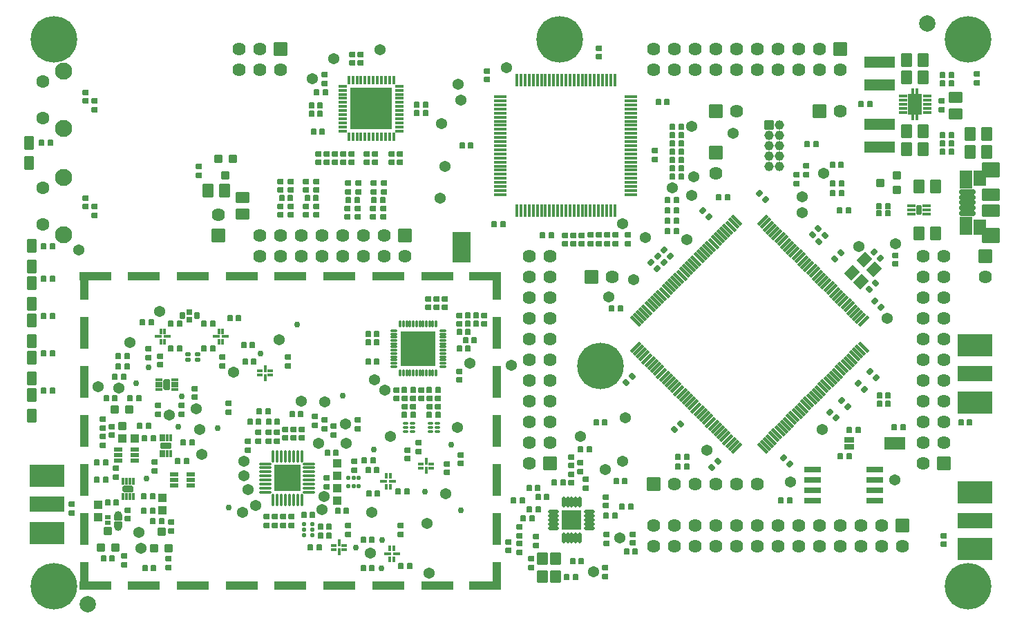
<source format=gts>
%TF.GenerationSoftware,KiCad,Pcbnew,7.0.10-7.0.10~ubuntu23.04.1*%
%TF.CreationDate,2024-02-22T19:52:03-05:00*%
%TF.ProjectId,hackrf-one,6861636b-7266-42d6-9f6e-652e6b696361,10*%
%TF.SameCoordinates,Original*%
%TF.FileFunction,Soldermask,Top*%
%TF.FilePolarity,Negative*%
%FSLAX46Y46*%
G04 Gerber Fmt 4.6, Leading zero omitted, Abs format (unit mm)*
G04 Created by KiCad (PCBNEW 7.0.10-7.0.10~ubuntu23.04.1) date 2024-02-22 19:52:03*
%MOMM*%
%LPD*%
G01*
G04 APERTURE LIST*
G04 Aperture macros list*
%AMRoundRect*
0 Rectangle with rounded corners*
0 $1 Rounding radius*
0 $2 $3 $4 $5 $6 $7 $8 $9 X,Y pos of 4 corners*
0 Add a 4 corners polygon primitive as box body*
4,1,4,$2,$3,$4,$5,$6,$7,$8,$9,$2,$3,0*
0 Add four circle primitives for the rounded corners*
1,1,$1+$1,$2,$3*
1,1,$1+$1,$4,$5*
1,1,$1+$1,$6,$7*
1,1,$1+$1,$8,$9*
0 Add four rect primitives between the rounded corners*
20,1,$1+$1,$2,$3,$4,$5,0*
20,1,$1+$1,$4,$5,$6,$7,0*
20,1,$1+$1,$6,$7,$8,$9,0*
20,1,$1+$1,$8,$9,$2,$3,0*%
G04 Aperture macros list end*
%ADD10RoundRect,0.101600X-0.500000X0.750000X-0.500000X-0.750000X0.500000X-0.750000X0.500000X0.750000X0*%
%ADD11C,0.762000*%
%ADD12C,2.000000*%
%ADD13RoundRect,0.101600X-0.279400X0.254000X-0.279400X-0.254000X0.279400X-0.254000X0.279400X0.254000X0*%
%ADD14RoundRect,0.101600X0.279400X-0.254000X0.279400X0.254000X-0.279400X0.254000X-0.279400X-0.254000X0*%
%ADD15RoundRect,0.101600X0.254000X0.279400X-0.254000X0.279400X-0.254000X-0.279400X0.254000X-0.279400X0*%
%ADD16RoundRect,0.101600X-0.254000X-0.279400X0.254000X-0.279400X0.254000X0.279400X-0.254000X0.279400X0*%
%ADD17RoundRect,0.101600X0.720090X-0.575310X0.720090X0.575310X-0.720090X0.575310X-0.720090X-0.575310X0*%
%ADD18RoundRect,0.101600X-0.575310X-0.720090X0.575310X-0.720090X0.575310X0.720090X-0.575310X0.720090X0*%
%ADD19RoundRect,0.101600X0.377171X0.017961X0.017961X0.377171X-0.377171X-0.017961X-0.017961X-0.377171X0*%
%ADD20RoundRect,0.101600X-0.017961X0.377171X-0.377171X0.017961X0.017961X-0.377171X0.377171X-0.017961X0*%
%ADD21RoundRect,0.101600X-0.377171X-0.017961X-0.017961X-0.377171X0.377171X0.017961X0.017961X0.377171X0*%
%ADD22RoundRect,0.101600X0.017961X-0.377171X0.377171X-0.017961X-0.017961X0.377171X-0.377171X0.017961X0*%
%ADD23RoundRect,0.101600X-0.720090X0.575310X-0.720090X-0.575310X0.720090X-0.575310X0.720090X0.575310X0*%
%ADD24RoundRect,0.101600X0.575310X0.720090X-0.575310X0.720090X-0.575310X-0.720090X0.575310X-0.720090X0*%
%ADD25C,1.600000*%
%ADD26RoundRect,0.050000X0.730000X1.070000X-0.730000X1.070000X-0.730000X-1.070000X0.730000X-1.070000X0*%
%ADD27C,1.500000*%
%ADD28RoundRect,0.050000X1.050000X0.875000X-1.050000X0.875000X-1.050000X-0.875000X1.050000X-0.875000X0*%
%ADD29RoundRect,0.050000X1.050000X0.687500X-1.050000X0.687500X-1.050000X-0.687500X1.050000X-0.687500X0*%
%ADD30RoundRect,0.050000X0.675000X0.912500X-0.675000X0.912500X-0.675000X-0.912500X0.675000X-0.912500X0*%
%ADD31RoundRect,0.101600X0.875000X0.200000X-0.875000X0.200000X-0.875000X-0.200000X0.875000X-0.200000X0*%
%ADD32RoundRect,0.050000X-1.900000X-0.500000X1.900000X-0.500000X1.900000X0.500000X-1.900000X0.500000X0*%
%ADD33RoundRect,0.050000X-1.925000X-0.500000X1.925000X-0.500000X1.925000X0.500000X-1.925000X0.500000X0*%
%ADD34RoundRect,0.050000X0.500000X-1.900000X0.500000X1.900000X-0.500000X1.900000X-0.500000X-1.900000X0*%
%ADD35RoundRect,0.050000X0.500000X-1.675000X0.500000X1.675000X-0.500000X1.675000X-0.500000X-1.675000X0*%
%ADD36C,0.700000*%
%ADD37C,5.700000*%
%ADD38RoundRect,0.050000X-1.025000X1.825000X-1.025000X-1.825000X1.025000X-1.825000X1.025000X1.825000X0*%
%ADD39RoundRect,0.101600X-0.431800X0.431800X-0.431800X-0.431800X0.431800X-0.431800X0.431800X0.431800X0*%
%ADD40RoundRect,0.101600X0.431800X-0.431800X0.431800X0.431800X-0.431800X0.431800X-0.431800X-0.431800X0*%
%ADD41RoundRect,0.101600X-0.431800X-0.431800X0.431800X-0.431800X0.431800X0.431800X-0.431800X0.431800X0*%
%ADD42RoundRect,0.050000X-1.850390X0.599440X-1.850390X-0.599440X1.850390X-0.599440X1.850390X0.599440X0*%
%ADD43RoundRect,0.050000X2.095000X0.890000X-2.095000X0.890000X-2.095000X-0.890000X2.095000X-0.890000X0*%
%ADD44RoundRect,0.050000X2.095000X1.332500X-2.095000X1.332500X-2.095000X-1.332500X2.095000X-1.332500X0*%
%ADD45RoundRect,0.050000X-0.762000X0.762000X-0.762000X-0.762000X0.762000X-0.762000X0.762000X0.762000X0*%
%ADD46C,1.624000*%
%ADD47RoundRect,0.050000X-2.095000X-0.890000X2.095000X-0.890000X2.095000X0.890000X-2.095000X0.890000X0*%
%ADD48RoundRect,0.050000X-2.095000X-1.332500X2.095000X-1.332500X2.095000X1.332500X-2.095000X1.332500X0*%
%ADD49RoundRect,0.050000X0.762000X0.762000X-0.762000X0.762000X-0.762000X-0.762000X0.762000X-0.762000X0*%
%ADD50C,1.370000*%
%ADD51RoundRect,0.050000X0.762000X-0.762000X0.762000X0.762000X-0.762000X0.762000X-0.762000X-0.762000X0*%
%ADD52RoundRect,0.050000X-0.762000X-0.762000X0.762000X-0.762000X0.762000X0.762000X-0.762000X0.762000X0*%
%ADD53RoundRect,0.050000X-0.533400X0.533400X-0.533400X-0.533400X0.533400X-0.533400X0.533400X0.533400X0*%
%ADD54C,1.166800*%
%ADD55RoundRect,0.050000X-0.457200X-0.457200X0.457200X-0.457200X0.457200X0.457200X-0.457200X0.457200X0*%
%ADD56RoundRect,0.050000X0.457200X0.457200X-0.457200X0.457200X-0.457200X-0.457200X0.457200X-0.457200X0*%
%ADD57RoundRect,0.050000X-0.457200X0.457200X-0.457200X-0.457200X0.457200X-0.457200X0.457200X0.457200X0*%
%ADD58C,2.100000*%
%ADD59RoundRect,0.050000X-0.165100X0.204470X-0.165100X-0.204470X0.165100X-0.204470X0.165100X0.204470X0*%
%ADD60RoundRect,0.050000X-0.204470X-0.165100X0.204470X-0.165100X0.204470X0.165100X-0.204470X0.165100X0*%
%ADD61RoundRect,0.050000X0.275590X-0.124460X0.275590X0.124460X-0.275590X0.124460X-0.275590X-0.124460X0*%
%ADD62RoundRect,0.050000X-0.115000X0.322500X-0.115000X-0.322500X0.115000X-0.322500X0.115000X0.322500X0*%
%ADD63RoundRect,0.050000X-0.406500X0.150000X-0.406500X-0.150000X0.406500X-0.150000X0.406500X0.150000X0*%
%ADD64RoundRect,0.050000X-0.322500X-0.115000X0.322500X-0.115000X0.322500X0.115000X-0.322500X0.115000X0*%
%ADD65RoundRect,0.050000X-0.150000X-0.406500X0.150000X-0.406500X0.150000X0.406500X-0.150000X0.406500X0*%
%ADD66RoundRect,0.050000X-0.250190X-0.199390X0.250190X-0.199390X0.250190X0.199390X-0.250190X0.199390X0*%
%ADD67R,3.326880X3.326880*%
%ADD68O,0.422240X1.492240*%
%ADD69O,1.492240X0.422240*%
%ADD70RoundRect,0.050000X0.115000X-0.322500X0.115000X0.322500X-0.115000X0.322500X-0.115000X-0.322500X0*%
%ADD71RoundRect,0.050000X0.406500X-0.150000X0.406500X0.150000X-0.406500X0.150000X-0.406500X-0.150000X0*%
%ADD72RoundRect,0.050000X0.250190X0.350520X-0.250190X0.350520X-0.250190X-0.350520X0.250190X-0.350520X0*%
%ADD73RoundRect,0.050000X0.299720X0.250190X-0.299720X0.250190X-0.299720X-0.250190X0.299720X-0.250190X0*%
%ADD74RoundRect,0.050000X0.250000X0.600000X-0.250000X0.600000X-0.250000X-0.600000X0.250000X-0.600000X0*%
%ADD75O,0.300000X1.200000*%
%ADD76RoundRect,0.050000X0.110789X-0.010211X-0.010211X0.110789X-0.110789X0.010211X0.010211X-0.110789X0*%
%ADD77RoundRect,0.050000X0.100000X0.075000X-0.100000X0.075000X-0.100000X-0.075000X0.100000X-0.075000X0*%
%ADD78RoundRect,0.050000X0.100000X0.650000X-0.100000X0.650000X-0.100000X-0.650000X0.100000X-0.650000X0*%
%ADD79O,0.300000X1.300000*%
%ADD80RoundRect,0.050000X0.400000X0.120000X-0.400000X0.120000X-0.400000X-0.120000X0.400000X-0.120000X0*%
%ADD81O,1.200000X0.300000*%
%ADD82RoundRect,0.050000X0.010211X0.110789X-0.110789X-0.010211X-0.010211X-0.110789X0.110789X0.010211X0*%
%ADD83RoundRect,0.050000X-0.650000X0.100000X-0.650000X-0.100000X0.650000X-0.100000X0.650000X0.100000X0*%
%ADD84RoundRect,0.050000X-0.075000X0.100000X-0.075000X-0.100000X0.075000X-0.100000X0.075000X0.100000X0*%
%ADD85RoundRect,0.050000X-0.600000X0.250000X-0.600000X-0.250000X0.600000X-0.250000X0.600000X0.250000X0*%
%ADD86O,1.300000X0.300000*%
%ADD87RoundRect,0.050000X-0.120000X0.400000X-0.120000X-0.400000X0.120000X-0.400000X0.120000X0.400000X0*%
%ADD88RoundRect,0.050000X-0.495300X0.228600X-0.495300X-0.228600X0.495300X-0.228600X0.495300X0.228600X0*%
%ADD89RoundRect,0.050000X-0.010211X-0.110789X0.110789X0.010211X0.010211X0.110789X-0.110789X-0.010211X0*%
%ADD90RoundRect,0.050000X0.600000X-0.250000X0.600000X0.250000X-0.600000X0.250000X-0.600000X-0.250000X0*%
%ADD91RoundRect,0.050000X0.075000X-0.100000X0.075000X0.100000X-0.075000X0.100000X-0.075000X-0.100000X0*%
%ADD92RoundRect,0.050000X0.650000X-0.100000X0.650000X0.100000X-0.650000X0.100000X-0.650000X-0.100000X0*%
%ADD93RoundRect,0.050000X0.120000X-0.400000X0.120000X0.400000X-0.120000X0.400000X-0.120000X-0.400000X0*%
%ADD94RoundRect,0.050000X-0.250000X0.550000X-0.250000X-0.550000X0.250000X-0.550000X0.250000X0.550000X0*%
%ADD95RoundRect,0.050000X-0.450000X0.150000X-0.450000X-0.150000X0.450000X-0.150000X0.450000X0.150000X0*%
%ADD96R,4.321800X4.321800*%
%ADD97O,0.346600X0.971600*%
%ADD98O,0.971600X0.346600*%
%ADD99R,5.096800X5.096800*%
%ADD100O,0.422240X1.042240*%
%ADD101O,1.042240X0.422240*%
%ADD102R,2.451880X2.451880*%
%ADD103O,0.462240X1.342240*%
%ADD104O,1.342240X0.462240*%
%ADD105RoundRect,0.050000X0.952500X0.317500X-0.952500X0.317500X-0.952500X-0.317500X0.952500X-0.317500X0*%
%ADD106RoundRect,0.050000X0.412500X0.600000X-0.412500X0.600000X-0.412500X-0.600000X0.412500X-0.600000X0*%
%ADD107RoundRect,0.050000X0.140000X0.700000X-0.140000X0.700000X-0.140000X-0.700000X0.140000X-0.700000X0*%
%ADD108C,0.685000*%
%ADD109RoundRect,0.050000X0.425000X0.140000X-0.425000X0.140000X-0.425000X-0.140000X0.425000X-0.140000X0*%
%ADD110RoundRect,0.050000X0.426562X0.634904X-0.634904X-0.426562X-0.426562X-0.634904X0.634904X0.426562X0*%
%ADD111RoundRect,0.050000X-0.634904X0.426562X0.426562X-0.634904X0.634904X-0.426562X-0.426562X0.634904X0*%
%ADD112RoundRect,0.050000X-0.147320X0.750570X-0.147320X-0.750570X0.147320X-0.750570X0.147320X0.750570X0*%
%ADD113RoundRect,0.050000X-0.750570X-0.147320X0.750570X-0.147320X0.750570X0.147320X-0.750570X0.147320X0*%
%ADD114RoundRect,0.050000X0.495300X-0.228600X0.495300X0.228600X-0.495300X0.228600X-0.495300X-0.228600X0*%
%ADD115RoundRect,0.050000X0.599440X-0.699770X0.599440X0.699770X-0.599440X0.699770X-0.599440X-0.699770X0*%
%ADD116RoundRect,0.050000X-0.070944X-0.918680X0.918680X0.070944X0.070944X0.918680X-0.918680X-0.070944X0*%
%ADD117RoundRect,0.050000X-1.200000X-0.750000X1.200000X-0.750000X1.200000X0.750000X-1.200000X0.750000X0*%
%ADD118RoundRect,0.050000X-0.550000X-0.300000X0.550000X-0.300000X0.550000X0.300000X-0.550000X0.300000X0*%
%ADD119RoundRect,0.050000X-0.300000X0.175000X-0.300000X-0.175000X0.300000X-0.175000X0.300000X0.175000X0*%
%ADD120RoundRect,0.050000X-0.431800X0.254000X-0.431800X-0.254000X0.431800X-0.254000X0.431800X0.254000X0*%
%ADD121O,0.963600X1.192200*%
G04 APERTURE END LIST*
D10*
%TO.C,D6*%
X61270000Y-150088000D03*
X61270000Y-147588000D03*
%TD*%
%TO.C,D4*%
X61270000Y-140944000D03*
X61270000Y-138444000D03*
%TD*%
%TO.C,D8*%
X61270000Y-131800000D03*
X61270000Y-129300000D03*
%TD*%
%TO.C,D5*%
X61270000Y-145516000D03*
X61270000Y-143016000D03*
%TD*%
%TO.C,D2*%
X61270000Y-136372000D03*
X61270000Y-133872000D03*
%TD*%
D11*
%TO.C,TESTPOINT-30MIL-MASKONLY*%
X89314020Y-142499080D03*
%TD*%
%TO.C,TESTPOINT-30MIL-MASKONLY*%
X84104600Y-151657400D03*
%TD*%
%TO.C,TESTPOINT-30MIL-MASKONLY*%
X75575160Y-144213580D03*
%TD*%
%TO.C,TESTPOINT-30MIL-MASKONLY*%
X74053700Y-146151600D03*
%TD*%
%TO.C,TESTPOINT-30MIL-MASKONLY*%
X93782000Y-138932000D03*
%TD*%
%TO.C,TESTPOINT-30MIL-MASKONLY*%
X85400000Y-161360200D03*
%TD*%
%TO.C,TESTPOINT-30MIL-MASKONLY*%
X75338940Y-157848300D03*
%TD*%
%TO.C,TESTPOINT-30MIL-MASKONLY*%
X79280000Y-151506000D03*
%TD*%
%TO.C,TESTPOINT-30MIL-MASKONLY*%
X113919000Y-161749740D03*
%TD*%
%TO.C,TESTPOINT-30MIL-MASKONLY*%
X104112060Y-168798240D03*
%TD*%
%TO.C,TESTPOINT-30MIL-MASKONLY*%
X104251760Y-165374320D03*
%TD*%
%TO.C,TESTPOINT-30MIL-MASKONLY*%
X101015800Y-166263320D03*
%TD*%
%TO.C,TESTPOINT-30MIL-MASKONLY*%
X79667100Y-147711160D03*
%TD*%
%TO.C,TESTPOINT-30MIL-MASKONLY*%
X109476540Y-159425640D03*
%TD*%
%TO.C,TESTPOINT-30MIL-MASKONLY*%
X99362260Y-147688300D03*
%TD*%
%TO.C,TESTPOINT-30MIL-MASKONLY*%
X103230680Y-154279600D03*
%TD*%
%TO.C,TESTPOINT-30MIL-MASKONLY*%
X112715040Y-153710640D03*
%TD*%
D10*
%TO.C,D7*%
X61000000Y-119150000D03*
X61000000Y-116650000D03*
%TD*%
D12*
%TO.C,FID1*%
X171000000Y-102000000D03*
%TD*%
D13*
%TO.C,C1*%
X91096400Y-162513400D03*
X91096400Y-163580200D03*
%TD*%
%TO.C,C2*%
X90080400Y-162513400D03*
X90080400Y-163580200D03*
%TD*%
%TO.C,C3*%
X93128400Y-162513400D03*
X93128400Y-163580200D03*
%TD*%
%TO.C,C4*%
X92112400Y-162513400D03*
X92112400Y-163580200D03*
%TD*%
D14*
%TO.C,C5*%
X92341000Y-152861400D03*
X92341000Y-151794600D03*
%TD*%
%TO.C,C6*%
X93357000Y-152861400D03*
X93357000Y-151794600D03*
%TD*%
D15*
%TO.C,C7*%
X107617400Y-168576200D03*
X106550600Y-168576200D03*
%TD*%
D13*
%TO.C,C8*%
X113919000Y-154914600D03*
X113919000Y-155981400D03*
%TD*%
D14*
%TO.C,C9*%
X85400000Y-149701600D03*
X85400000Y-148634800D03*
%TD*%
D16*
%TO.C,C10*%
X87447400Y-143481600D03*
X88514200Y-143481600D03*
%TD*%
D14*
%TO.C,C11*%
X84713800Y-143995600D03*
X84713800Y-142928800D03*
%TD*%
D13*
%TO.C,C12*%
X87794400Y-153293200D03*
X87794400Y-154360000D03*
%TD*%
D15*
%TO.C,C13*%
X89089800Y-150905600D03*
X88023000Y-150905600D03*
%TD*%
D14*
%TO.C,C14*%
X90334400Y-153217000D03*
X90334400Y-152150200D03*
%TD*%
D16*
%TO.C,C15*%
X90309000Y-150905600D03*
X91375800Y-150905600D03*
%TD*%
D14*
%TO.C,C16*%
X106499800Y-164690000D03*
X106499800Y-163623200D03*
%TD*%
D16*
%TO.C,C17*%
X82402400Y-141938200D03*
X83469200Y-141938200D03*
%TD*%
%TO.C,C18*%
X78338400Y-141938200D03*
X79405200Y-141938200D03*
%TD*%
D14*
%TO.C,C19*%
X77093800Y-143868600D03*
X77093800Y-142801800D03*
%TD*%
D16*
%TO.C,C20*%
X87274400Y-141528800D03*
X88341200Y-141528800D03*
%TD*%
D15*
%TO.C,C21*%
X102971600Y-165379400D03*
X101904800Y-165379400D03*
%TD*%
D16*
%TO.C,C22*%
X95439800Y-166272600D03*
X96506600Y-166272600D03*
%TD*%
D14*
%TO.C,C23*%
X101269800Y-151714200D03*
X101269800Y-150647400D03*
%TD*%
D13*
%TO.C,C24*%
X92679800Y-142948200D03*
X92679800Y-144015000D03*
%TD*%
D16*
%TO.C,C25*%
X96659000Y-163732600D03*
X97725800Y-163732600D03*
%TD*%
D15*
%TO.C,C26*%
X79405200Y-138890200D03*
X78338400Y-138890200D03*
%TD*%
D16*
%TO.C,C27*%
X82402400Y-138890200D03*
X83469200Y-138890200D03*
%TD*%
%TO.C,C28*%
X96659000Y-164875600D03*
X97725800Y-164875600D03*
%TD*%
D15*
%TO.C,C29*%
X75950800Y-138712400D03*
X74884000Y-138712400D03*
%TD*%
D16*
%TO.C,C30*%
X85566600Y-138200000D03*
X86633400Y-138200000D03*
%TD*%
D14*
%TO.C,C31*%
X75595200Y-142979600D03*
X75595200Y-141912800D03*
%TD*%
D15*
%TO.C,C32*%
X102971600Y-168808400D03*
X101904800Y-168808400D03*
%TD*%
D14*
%TO.C,C33*%
X100113400Y-164672400D03*
X100113400Y-163605600D03*
%TD*%
%TO.C,C34*%
X98310000Y-152455000D03*
X98310000Y-151388200D03*
%TD*%
%TO.C,C35*%
X97167000Y-151693000D03*
X97167000Y-150626200D03*
%TD*%
%TO.C,C36*%
X96024000Y-151312000D03*
X96024000Y-150245200D03*
%TD*%
D15*
%TO.C,C37*%
X94271400Y-149915000D03*
X93204600Y-149915000D03*
%TD*%
D16*
%TO.C,C38*%
X71912200Y-142827200D03*
X72979000Y-142827200D03*
%TD*%
D14*
%TO.C,C39*%
X81305400Y-147878800D03*
X81305400Y-146812000D03*
%TD*%
D16*
%TO.C,C40*%
X71912200Y-144071800D03*
X72979000Y-144071800D03*
%TD*%
%TO.C,C41*%
X98792600Y-161827600D03*
X99859400Y-161827600D03*
%TD*%
D15*
%TO.C,C42*%
X98589400Y-154715600D03*
X97522600Y-154715600D03*
%TD*%
%TO.C,C43*%
X72542400Y-145415000D03*
X71475600Y-145415000D03*
%TD*%
D14*
%TO.C,C44*%
X79679800Y-149961600D03*
X79679800Y-148894800D03*
%TD*%
D16*
%TO.C,C45*%
X102057200Y-155651200D03*
X103124000Y-155651200D03*
%TD*%
D15*
%TO.C,C46*%
X103581200Y-156794200D03*
X102514400Y-156794200D03*
%TD*%
D14*
%TO.C,C47*%
X112166400Y-157099000D03*
X112166400Y-156032200D03*
%TD*%
%TO.C,C48*%
X108737400Y-154533600D03*
X108737400Y-153466800D03*
%TD*%
D13*
%TO.C,C49*%
X100850000Y-155706200D03*
X100850000Y-156773000D03*
%TD*%
D16*
%TO.C,C50*%
X75144600Y-152920000D03*
X76211400Y-152920000D03*
%TD*%
D15*
%TO.C,C51*%
X107274800Y-159434000D03*
X106208000Y-159434000D03*
%TD*%
D13*
%TO.C,C52*%
X70000000Y-152666600D03*
X70000000Y-153733400D03*
%TD*%
D15*
%TO.C,C53*%
X71480800Y-147999800D03*
X70414000Y-147999800D03*
%TD*%
%TO.C,C54*%
X103657400Y-159664400D03*
X102590600Y-159664400D03*
%TD*%
D16*
%TO.C,C55*%
X79843600Y-153428000D03*
X80910400Y-153428000D03*
%TD*%
D14*
%TO.C,C56*%
X107391200Y-155397200D03*
X107391200Y-154330400D03*
%TD*%
%TO.C,C57*%
X76835000Y-149961600D03*
X76835000Y-148894800D03*
%TD*%
%TO.C,C58*%
X71614000Y-157644400D03*
X71614000Y-156577600D03*
%TD*%
D16*
%TO.C,C59*%
X79208600Y-155714000D03*
X80275400Y-155714000D03*
%TD*%
%TO.C,C60*%
X74509600Y-151396000D03*
X75576400Y-151396000D03*
%TD*%
D14*
%TO.C,C61*%
X76363800Y-156857000D03*
X76363800Y-155790200D03*
%TD*%
D16*
%TO.C,C62*%
X75017600Y-160032000D03*
X76084400Y-160032000D03*
%TD*%
D13*
%TO.C,C63*%
X73087200Y-161708400D03*
X73087200Y-162775200D03*
%TD*%
D15*
%TO.C,C64*%
X71663400Y-160810000D03*
X70596600Y-160810000D03*
%TD*%
D16*
%TO.C,C65*%
X69302600Y-158000000D03*
X70369400Y-158000000D03*
%TD*%
%TO.C,C66*%
X69302600Y-155841000D03*
X70369400Y-155841000D03*
%TD*%
D13*
%TO.C,C67*%
X121080200Y-163763000D03*
X121080200Y-164829800D03*
%TD*%
D14*
%TO.C,C68*%
X127462400Y-156254800D03*
X127462400Y-155188000D03*
%TD*%
D16*
%TO.C,C69*%
X128554600Y-154273600D03*
X129621400Y-154273600D03*
%TD*%
D13*
%TO.C,C70*%
X121080200Y-165795000D03*
X121080200Y-166861800D03*
%TD*%
%TO.C,C71*%
X100482400Y-118024400D03*
X100482400Y-119091200D03*
%TD*%
%TO.C,C72*%
X99466400Y-118024400D03*
X99466400Y-119091200D03*
%TD*%
%TO.C,C73*%
X103403400Y-118024400D03*
X103403400Y-119091200D03*
%TD*%
%TO.C,C74*%
X102387400Y-118024400D03*
X102387400Y-119091200D03*
%TD*%
%TO.C,C75*%
X105435400Y-118024400D03*
X105435400Y-119091200D03*
%TD*%
%TO.C,C76*%
X106451400Y-118024400D03*
X106451400Y-119091200D03*
%TD*%
D14*
%TO.C,C77*%
X101625400Y-106899200D03*
X101625400Y-105832400D03*
%TD*%
%TO.C,C78*%
X100609400Y-106899200D03*
X100609400Y-105832400D03*
%TD*%
D15*
%TO.C,C79*%
X97269300Y-110493300D03*
X96202500Y-110493300D03*
%TD*%
D14*
%TO.C,C80*%
X97243900Y-109375700D03*
X97243900Y-108308900D03*
%TD*%
D15*
%TO.C,C81*%
X96634300Y-113160300D03*
X95567500Y-113160300D03*
%TD*%
%TO.C,C82*%
X96634300Y-112144300D03*
X95567500Y-112144300D03*
%TD*%
%TO.C,C83*%
X96888300Y-115319300D03*
X95821500Y-115319300D03*
%TD*%
D13*
%TO.C,C84*%
X105981500Y-146951700D03*
X105981500Y-148018500D03*
%TD*%
%TO.C,C85*%
X109029500Y-146951700D03*
X109029500Y-148018500D03*
%TD*%
%TO.C,C86*%
X113728500Y-144665700D03*
X113728500Y-145732500D03*
%TD*%
D16*
%TO.C,C87*%
X113703100Y-141897100D03*
X114769900Y-141897100D03*
%TD*%
%TO.C,C88*%
X114465100Y-140881100D03*
X115531900Y-140881100D03*
%TD*%
%TO.C,C89*%
X113703100Y-139865100D03*
X114769900Y-139865100D03*
%TD*%
D14*
%TO.C,C90*%
X109918500Y-136842500D03*
X109918500Y-135775700D03*
%TD*%
%TO.C,C91*%
X110934500Y-136842500D03*
X110934500Y-135775700D03*
%TD*%
D15*
%TO.C,C92*%
X103593900Y-140119100D03*
X102527100Y-140119100D03*
%TD*%
%TO.C,C93*%
X103593900Y-141135100D03*
X102527100Y-141135100D03*
%TD*%
%TO.C,C94*%
X103593900Y-143548100D03*
X102527100Y-143548100D03*
%TD*%
D16*
%TO.C,C95*%
X91922600Y-123460000D03*
X92989400Y-123460000D03*
%TD*%
%TO.C,C96*%
X95046800Y-123460000D03*
X96113600Y-123460000D03*
%TD*%
D13*
%TO.C,C97*%
X96418400Y-118024400D03*
X96418400Y-119091200D03*
%TD*%
%TO.C,C98*%
X97434400Y-118024400D03*
X97434400Y-119091200D03*
%TD*%
%TO.C,C99*%
X106997500Y-147967700D03*
X106997500Y-149034500D03*
%TD*%
%TO.C,C100*%
X98450400Y-118024400D03*
X98450400Y-119091200D03*
%TD*%
D16*
%TO.C,C101*%
X100114100Y-123701300D03*
X101180900Y-123701300D03*
%TD*%
D13*
%TO.C,C102*%
X108013500Y-147967700D03*
X108013500Y-149034500D03*
%TD*%
D16*
%TO.C,C103*%
X103238300Y-123701300D03*
X104305100Y-123701300D03*
%TD*%
D13*
%TO.C,C104*%
X110045500Y-147967700D03*
X110045500Y-149034500D03*
%TD*%
D17*
%TO.C,C105*%
X87152600Y-125368400D03*
X87152600Y-123336400D03*
%TD*%
D14*
%TO.C,C106*%
X111950500Y-136842500D03*
X111950500Y-135775700D03*
%TD*%
%TO.C,C107*%
X104470200Y-122698000D03*
X104470200Y-121631200D03*
%TD*%
%TO.C,C108*%
X103200200Y-122698000D03*
X103200200Y-121631200D03*
%TD*%
%TO.C,C109*%
X101346000Y-122698000D03*
X101346000Y-121631200D03*
%TD*%
%TO.C,C110*%
X100076000Y-122698000D03*
X100076000Y-121631200D03*
%TD*%
D13*
%TO.C,C111*%
X111061500Y-147967700D03*
X111061500Y-149034500D03*
%TD*%
%TO.C,C112*%
X113728500Y-137807700D03*
X113728500Y-138874500D03*
%TD*%
%TO.C,C113*%
X123151200Y-164932600D03*
X123151200Y-165999400D03*
%TD*%
%TO.C,C114*%
X116776500Y-137807700D03*
X116776500Y-138874500D03*
%TD*%
D15*
%TO.C,C115*%
X123347600Y-161614200D03*
X122280800Y-161614200D03*
%TD*%
%TO.C,C116*%
X121391800Y-160547400D03*
X120325000Y-160547400D03*
%TD*%
%TO.C,C118*%
X161433400Y-155100000D03*
X160366600Y-155100000D03*
%TD*%
D14*
%TO.C,C119*%
X129247200Y-159014400D03*
X129247200Y-157947600D03*
%TD*%
%TO.C,C120*%
X131628000Y-161157000D03*
X131628000Y-160090200D03*
%TD*%
D15*
%TO.C,C121*%
X122560200Y-162706400D03*
X121493400Y-162706400D03*
%TD*%
%TO.C,C122*%
X126370200Y-158312200D03*
X125303400Y-158312200D03*
%TD*%
D16*
%TO.C,C123*%
X108458000Y-113058700D03*
X109524800Y-113058700D03*
%TD*%
%TO.C,C124*%
X108458000Y-112042700D03*
X109524800Y-112042700D03*
%TD*%
D15*
%TO.C,C125*%
X174000400Y-117793200D03*
X172933600Y-117793200D03*
%TD*%
D18*
%TO.C,C126*%
X168514000Y-117412200D03*
X170546000Y-117412200D03*
%TD*%
%TO.C,C127*%
X168514000Y-115253200D03*
X170546000Y-115253200D03*
%TD*%
D19*
%TO.C,C128*%
X151223451Y-123656520D03*
X150469109Y-122902178D03*
%TD*%
%TO.C,C129*%
X144308653Y-125721979D03*
X143554311Y-124967637D03*
%TD*%
%TO.C,C130*%
X137932672Y-132097961D03*
X137178330Y-131343619D03*
%TD*%
D15*
%TO.C,C131*%
X133431400Y-137001600D03*
X132364600Y-137001600D03*
%TD*%
D20*
%TO.C,C132*%
X134875371Y-145336629D03*
X134121029Y-146090971D03*
%TD*%
%TO.C,C133*%
X140806354Y-151100182D03*
X140052012Y-151854524D03*
%TD*%
%TO.C,C134*%
X145386284Y-155680113D03*
X144631942Y-156434455D03*
%TD*%
D21*
%TO.C,C135*%
X153432593Y-155320903D03*
X154186935Y-156075245D03*
%TD*%
%TO.C,C136*%
X159090154Y-149663341D03*
X159844496Y-150417683D03*
%TD*%
%TO.C,C137*%
X160526995Y-148226500D03*
X161281337Y-148980842D03*
%TD*%
%TO.C,C138*%
X162592454Y-146161041D03*
X163346796Y-146915383D03*
%TD*%
%TO.C,C139*%
X164029295Y-144724200D03*
X164783637Y-145478542D03*
%TD*%
%TO.C,C140*%
X164568111Y-136103154D03*
X165322453Y-136857496D03*
%TD*%
D22*
%TO.C,C141*%
X156934893Y-127967043D03*
X157689235Y-127212701D03*
%TD*%
%TO.C,C142*%
X159718772Y-130930527D03*
X160473114Y-130176185D03*
%TD*%
D23*
%TO.C,C143*%
X174483000Y-111062200D03*
X174483000Y-113094200D03*
%TD*%
D15*
%TO.C,C144*%
X154152600Y-160578800D03*
X153085800Y-160578800D03*
%TD*%
D24*
%TO.C,C145*%
X170546000Y-108649200D03*
X168514000Y-108649200D03*
%TD*%
%TO.C,C146*%
X170546000Y-106490200D03*
X168514000Y-106490200D03*
%TD*%
D13*
%TO.C,C147*%
X172832000Y-111544800D03*
X172832000Y-112611600D03*
%TD*%
%TO.C,C148*%
X137668000Y-117627400D03*
X137668000Y-118694200D03*
%TD*%
D16*
%TO.C,C149*%
X138054200Y-111703200D03*
X139121000Y-111703200D03*
%TD*%
D14*
%TO.C,C150*%
X130810000Y-106121200D03*
X130810000Y-105054400D03*
%TD*%
D16*
%TO.C,C152*%
X123881000Y-128010000D03*
X124947800Y-128010000D03*
%TD*%
D15*
%TO.C,C153*%
X115087400Y-117017800D03*
X114020600Y-117017800D03*
%TD*%
%TO.C,C154*%
X119029600Y-126689200D03*
X117962800Y-126689200D03*
%TD*%
D24*
%TO.C,C155*%
X178316000Y-117800000D03*
X176284000Y-117800000D03*
%TD*%
D15*
%TO.C,C156*%
X123296800Y-158998000D03*
X122230000Y-158998000D03*
%TD*%
D22*
%TO.C,C157*%
X163939493Y-134612432D03*
X164693835Y-133858090D03*
%TD*%
D21*
%TO.C,C158*%
X164478308Y-130086383D03*
X165232650Y-130840725D03*
%TD*%
D15*
%TO.C,C159*%
X131526400Y-150971600D03*
X130459600Y-150971600D03*
%TD*%
%TO.C,C160*%
X76084400Y-161810000D03*
X75017600Y-161810000D03*
%TD*%
D13*
%TO.C,C161*%
X78105700Y-167651400D03*
X78105700Y-168718200D03*
%TD*%
D16*
%TO.C,C162*%
X76160600Y-163080000D03*
X77227400Y-163080000D03*
%TD*%
D13*
%TO.C,C163*%
X70000000Y-150566600D03*
X70000000Y-151633400D03*
%TD*%
D16*
%TO.C,C164*%
X161466600Y-151900000D03*
X162533400Y-151900000D03*
%TD*%
D15*
%TO.C,C165*%
X135234800Y-166795800D03*
X134168000Y-166795800D03*
%TD*%
D13*
%TO.C,C166*%
X119715400Y-165602000D03*
X119715400Y-166668800D03*
%TD*%
%TO.C,C167*%
X81793200Y-119577200D03*
X81793200Y-120644000D03*
%TD*%
D15*
%TO.C,C168*%
X140289400Y-127502000D03*
X139222600Y-127502000D03*
%TD*%
%TO.C,C169*%
X127914400Y-169900600D03*
X126847600Y-169900600D03*
%TD*%
D14*
%TO.C,C170*%
X122500000Y-168733400D03*
X122500000Y-167666600D03*
%TD*%
D13*
%TO.C,C171*%
X72617400Y-167344400D03*
X72617400Y-168411200D03*
%TD*%
D14*
%TO.C,D1*%
X66200000Y-162033400D03*
X66200000Y-160966600D03*
%TD*%
%TO.C,D3*%
X173030000Y-165906800D03*
X173030000Y-164840000D03*
%TD*%
D15*
%TO.C,D9*%
X176211200Y-151000000D03*
X175144400Y-151000000D03*
%TD*%
D24*
%TO.C,FB1*%
X172016000Y-122050000D03*
X169984000Y-122050000D03*
%TD*%
%TO.C,FB2*%
X84937600Y-122529600D03*
X82905600Y-122529600D03*
%TD*%
%TO.C,FB3*%
X172016000Y-127800000D03*
X169984000Y-127800000D03*
%TD*%
D25*
%TO.C,J1*%
X178800000Y-128125000D03*
D26*
X175770000Y-126830000D03*
D27*
X175770000Y-121510000D03*
D26*
X175770000Y-121170000D03*
D27*
X175770000Y-126490000D03*
D28*
X178850000Y-128000000D03*
D29*
X178850000Y-123062500D03*
D30*
X177425000Y-126987500D03*
D28*
X178850000Y-120000000D03*
D29*
X178850000Y-124937500D03*
D30*
X177425000Y-121012500D03*
D25*
X178800000Y-119875000D03*
D31*
X175975000Y-122700000D03*
X175975000Y-123350000D03*
X175975000Y-124000000D03*
X175975000Y-124650000D03*
X175975000Y-125300000D03*
%TD*%
D32*
%TO.C,J2*%
X105000000Y-170950000D03*
X75000000Y-133050000D03*
X99000000Y-170950000D03*
D33*
X116875000Y-170950000D03*
D32*
X81000000Y-170950000D03*
X99000000Y-133050000D03*
D34*
X67700000Y-146000000D03*
X118300000Y-146000000D03*
X67700000Y-140000000D03*
X118300000Y-152000000D03*
D32*
X105000000Y-133050000D03*
X75000000Y-170950000D03*
X81000000Y-133050000D03*
D35*
X67700000Y-134225000D03*
X118300000Y-169775000D03*
D34*
X67700000Y-152000000D03*
D33*
X69125000Y-133050000D03*
D32*
X111000000Y-170950000D03*
D34*
X118300000Y-158000000D03*
D35*
X67700000Y-169775000D03*
D32*
X87000000Y-170950000D03*
X93000000Y-133050000D03*
D33*
X69125000Y-170950000D03*
X116875000Y-133050000D03*
D34*
X118300000Y-140000000D03*
X118300000Y-164000000D03*
X67700000Y-164000000D03*
X67700000Y-158000000D03*
D32*
X111000000Y-133050000D03*
X93000000Y-170950000D03*
D35*
X118300000Y-134225000D03*
D32*
X87000000Y-133050000D03*
%TD*%
D36*
%TO.C,J4*%
X61800000Y-104000000D03*
D37*
X64000000Y-104000000D03*
D36*
X62450000Y-105550000D03*
X64000000Y-106200000D03*
X64000000Y-101800000D03*
X62450000Y-102450000D03*
X65550000Y-105550000D03*
X65550000Y-102450000D03*
X66200000Y-104000000D03*
%TD*%
%TO.C,J5*%
X61800000Y-171000000D03*
X62450000Y-172550000D03*
X65550000Y-172550000D03*
X65550000Y-169450000D03*
X64000000Y-173200000D03*
X66200000Y-171000000D03*
X64000000Y-168800000D03*
X62450000Y-169450000D03*
D37*
X64000000Y-171000000D03*
%TD*%
D36*
%TO.C,J6*%
X174450000Y-169450000D03*
X176000000Y-173200000D03*
X176000000Y-168800000D03*
X173800000Y-171000000D03*
D37*
X176000000Y-171000000D03*
D36*
X177550000Y-169450000D03*
X174450000Y-172550000D03*
X177550000Y-172550000D03*
X178200000Y-171000000D03*
%TD*%
%TO.C,J7*%
X177550000Y-102450000D03*
X176000000Y-106200000D03*
X173800000Y-104000000D03*
X174450000Y-105550000D03*
X177550000Y-105550000D03*
X176000000Y-101800000D03*
X178200000Y-104000000D03*
X174450000Y-102450000D03*
D37*
X176000000Y-104000000D03*
%TD*%
D36*
%TO.C,J8*%
X126000000Y-101800000D03*
X127550000Y-102450000D03*
X126000000Y-106200000D03*
X128200000Y-104000000D03*
X127550000Y-105550000D03*
D37*
X126000000Y-104000000D03*
D36*
X124450000Y-105550000D03*
X124450000Y-102450000D03*
X123800000Y-104000000D03*
%TD*%
%TO.C,J9*%
X131000000Y-146200000D03*
X131000000Y-141800000D03*
X132550000Y-145550000D03*
X132550000Y-142450000D03*
D37*
X131000000Y-144000000D03*
D36*
X128800000Y-144000000D03*
X129450000Y-142450000D03*
X133200000Y-144000000D03*
X129450000Y-145550000D03*
%TD*%
D38*
%TO.C,J10*%
X114000000Y-129500000D03*
%TD*%
D16*
%TO.C,L1*%
X94627000Y-162335600D03*
X95693800Y-162335600D03*
%TD*%
D39*
%TO.C,L2*%
X98691000Y-159033600D03*
X98691000Y-160557600D03*
%TD*%
D40*
%TO.C,L3*%
X98691000Y-157509600D03*
X98691000Y-155985600D03*
%TD*%
D13*
%TO.C,L4*%
X97421000Y-157738200D03*
X97421000Y-158805000D03*
%TD*%
D41*
%TO.C,L5*%
X72376000Y-152920000D03*
X73900000Y-152920000D03*
%TD*%
D16*
%TO.C,L6*%
X106972100Y-150025100D03*
X108038900Y-150025100D03*
%TD*%
%TO.C,L7*%
X106972100Y-146977100D03*
X108038900Y-146977100D03*
%TD*%
%TO.C,L8*%
X110020100Y-150025100D03*
X111086900Y-150025100D03*
%TD*%
%TO.C,L9*%
X110020100Y-146977100D03*
X111086900Y-146977100D03*
%TD*%
D42*
%TO.C,L10*%
X165212000Y-114361660D03*
X165212000Y-117160740D03*
%TD*%
%TO.C,L11*%
X165212000Y-106741660D03*
X165212000Y-109540740D03*
%TD*%
D40*
%TO.C,L12*%
X77329000Y-161683000D03*
X77329000Y-160159000D03*
%TD*%
%TO.C,L13*%
X69400000Y-162562000D03*
X69400000Y-161038000D03*
%TD*%
D43*
%TO.C,P2*%
X176875000Y-145000000D03*
D44*
X176875000Y-148492500D03*
X176875000Y-141507500D03*
%TD*%
D45*
%TO.C,P3*%
X145090000Y-117850000D03*
D46*
X145090000Y-120390000D03*
%TD*%
D47*
%TO.C,P4*%
X63125000Y-161000000D03*
D48*
X63125000Y-157507500D03*
X63125000Y-164492500D03*
%TD*%
D49*
%TO.C,P5*%
X91750000Y-105150000D03*
D46*
X91750000Y-107690000D03*
X89210000Y-105150000D03*
X89210000Y-107690000D03*
X86670000Y-105150000D03*
X86670000Y-107690000D03*
%TD*%
D50*
%TO.C,P6*%
X97155000Y-160070800D03*
%TD*%
%TO.C,P7*%
X88722200Y-161163000D03*
%TD*%
D49*
%TO.C,P9*%
X106990000Y-128010000D03*
D46*
X106990000Y-130550000D03*
X104450000Y-128010000D03*
X104450000Y-130550000D03*
X101910000Y-128010000D03*
X101910000Y-130550000D03*
X99370000Y-128010000D03*
X99370000Y-130550000D03*
X96830000Y-128010000D03*
X96830000Y-130550000D03*
X94290000Y-128010000D03*
X94290000Y-130550000D03*
X91750000Y-128010000D03*
X91750000Y-130550000D03*
X89210000Y-128010000D03*
X89210000Y-130550000D03*
%TD*%
D50*
%TO.C,P13*%
X87762200Y-159175800D03*
%TD*%
%TO.C,P14*%
X114991000Y-143707200D03*
%TD*%
%TO.C,P15*%
X130175000Y-169240200D03*
%TD*%
D43*
%TO.C,P16*%
X176875000Y-163000000D03*
D44*
X176875000Y-166492500D03*
X176875000Y-159507500D03*
%TD*%
D50*
%TO.C,P17*%
X87279600Y-155696000D03*
%TD*%
%TO.C,P18*%
X133350000Y-165100000D03*
%TD*%
%TO.C,P19*%
X96855400Y-161665000D03*
%TD*%
D51*
%TO.C,P20*%
X173030000Y-155950000D03*
D46*
X170490000Y-155950000D03*
X173030000Y-153410000D03*
X170490000Y-153410000D03*
X173030000Y-150870000D03*
X170490000Y-150870000D03*
X173030000Y-148330000D03*
X170490000Y-148330000D03*
X173030000Y-145790000D03*
X170490000Y-145790000D03*
X173030000Y-143250000D03*
X170490000Y-143250000D03*
X173030000Y-140710000D03*
X170490000Y-140710000D03*
X173030000Y-138170000D03*
X170490000Y-138170000D03*
X173030000Y-135630000D03*
X170490000Y-135630000D03*
X173030000Y-133090000D03*
X170490000Y-133090000D03*
X173030000Y-130550000D03*
X170490000Y-130550000D03*
%TD*%
D50*
%TO.C,P21*%
X87330400Y-157448600D03*
%TD*%
D49*
%TO.C,P22*%
X167950000Y-163570000D03*
D46*
X167950000Y-166110000D03*
X165410000Y-163570000D03*
X165410000Y-166110000D03*
X162870000Y-163570000D03*
X162870000Y-166110000D03*
X160330000Y-163570000D03*
X160330000Y-166110000D03*
X157790000Y-163570000D03*
X157790000Y-166110000D03*
X155250000Y-163570000D03*
X155250000Y-166110000D03*
X152710000Y-163570000D03*
X152710000Y-166110000D03*
X150170000Y-163570000D03*
X150170000Y-166110000D03*
X147630000Y-163570000D03*
X147630000Y-166110000D03*
X145090000Y-163570000D03*
X145090000Y-166110000D03*
X142550000Y-163570000D03*
X142550000Y-166110000D03*
X140010000Y-163570000D03*
X140010000Y-166110000D03*
X137470000Y-163570000D03*
X137470000Y-166110000D03*
%TD*%
D50*
%TO.C,P23*%
X155732600Y-123260200D03*
%TD*%
%TO.C,P24*%
X155727400Y-125196600D03*
%TD*%
D52*
%TO.C,P25*%
X137470000Y-158490000D03*
D46*
X140010000Y-158490000D03*
X142550000Y-158490000D03*
X145090000Y-158490000D03*
X147630000Y-158490000D03*
X150170000Y-158490000D03*
%TD*%
D53*
%TO.C,P26*%
X151662600Y-114466600D03*
D54*
X152932600Y-114466600D03*
X151662600Y-115736600D03*
X152932600Y-115736600D03*
X151662600Y-117006600D03*
X152932600Y-117006600D03*
X151662600Y-118276600D03*
X152932600Y-118276600D03*
X151662600Y-119546600D03*
X152932600Y-119546600D03*
%TD*%
D50*
%TO.C,P27*%
X94290000Y-148304600D03*
%TD*%
D51*
%TO.C,P28*%
X124770000Y-155950000D03*
D46*
X122230000Y-155950000D03*
X124770000Y-153410000D03*
X122230000Y-153410000D03*
X124770000Y-150870000D03*
X122230000Y-150870000D03*
X124770000Y-148330000D03*
X122230000Y-148330000D03*
X124770000Y-145790000D03*
X122230000Y-145790000D03*
X124770000Y-143250000D03*
X122230000Y-143250000D03*
X124770000Y-140710000D03*
X122230000Y-140710000D03*
X124770000Y-138170000D03*
X122230000Y-138170000D03*
X124770000Y-135630000D03*
X122230000Y-135630000D03*
X124770000Y-133090000D03*
X122230000Y-133090000D03*
X124770000Y-130550000D03*
X122230000Y-130550000D03*
%TD*%
D52*
%TO.C,P29*%
X129850000Y-133090000D03*
D46*
X132390000Y-133090000D03*
%TD*%
D49*
%TO.C,P30*%
X160330000Y-105150000D03*
D46*
X160330000Y-107690000D03*
X157790000Y-105150000D03*
X157790000Y-107690000D03*
X155250000Y-105150000D03*
X155250000Y-107690000D03*
X152710000Y-105150000D03*
X152710000Y-107690000D03*
X150170000Y-105150000D03*
X150170000Y-107690000D03*
X147630000Y-105150000D03*
X147630000Y-107690000D03*
X145090000Y-105150000D03*
X145090000Y-107690000D03*
X142550000Y-105150000D03*
X142550000Y-107690000D03*
X140010000Y-105150000D03*
X140010000Y-107690000D03*
X137470000Y-105150000D03*
X137470000Y-107690000D03*
%TD*%
D50*
%TO.C,P31*%
X96474400Y-153486200D03*
%TD*%
%TO.C,P32*%
X99720400Y-151130000D03*
%TD*%
%TO.C,P33*%
X99852600Y-153511600D03*
%TD*%
%TO.C,P34*%
X109758600Y-163366800D03*
%TD*%
%TO.C,P35*%
X110000000Y-169400000D03*
%TD*%
%TO.C,P37*%
X133710800Y-155746800D03*
%TD*%
%TO.C,P38*%
X134015600Y-150336600D03*
%TD*%
%TO.C,P39*%
X98328600Y-106318400D03*
%TD*%
%TO.C,P40*%
X136454000Y-128264000D03*
%TD*%
%TO.C,P41*%
X141534000Y-128518000D03*
%TD*%
%TO.C,P43*%
X102926000Y-161995200D03*
%TD*%
%TO.C,P44*%
X86060400Y-144799400D03*
%TD*%
%TO.C,P46*%
X81463000Y-149295200D03*
%TD*%
%TO.C,P47*%
X73335000Y-141167200D03*
%TD*%
%TO.C,P48*%
X82123400Y-154832400D03*
%TD*%
%TO.C,P49*%
X78181200Y-150037800D03*
%TD*%
%TO.C,P50*%
X144023200Y-154349800D03*
%TD*%
%TO.C,P51*%
X74706600Y-166389400D03*
%TD*%
%TO.C,P52*%
X71983600Y-146710400D03*
%TD*%
%TO.C,P53*%
X132009000Y-135528400D03*
%TD*%
%TO.C,P54*%
X95636200Y-108833000D03*
%TD*%
%TO.C,P55*%
X103307000Y-145688400D03*
%TD*%
%TO.C,P56*%
X104551600Y-146983800D03*
%TD*%
%TO.C,P57*%
X120045600Y-143935800D03*
%TD*%
%TO.C,P58*%
X111333400Y-123463400D03*
%TD*%
%TO.C,P59*%
X128554600Y-152673400D03*
%TD*%
%TO.C,P60*%
X131551800Y-156737400D03*
%TD*%
%TO.C,P61*%
X111968400Y-119577200D03*
%TD*%
%TO.C,P62*%
X113893600Y-111455200D03*
%TD*%
%TO.C,P63*%
X113563400Y-109474000D03*
%TD*%
%TO.C,P64*%
X103936800Y-105283000D03*
%TD*%
%TO.C,P65*%
X111485800Y-114294000D03*
%TD*%
%TO.C,P66*%
X119436000Y-107461400D03*
%TD*%
%TO.C,P67*%
X166146600Y-138195400D03*
%TD*%
%TO.C,P68*%
X158171000Y-151784400D03*
%TD*%
%TO.C,P69*%
X158348800Y-120440800D03*
%TD*%
%TO.C,P70*%
X67035800Y-129838800D03*
%TD*%
%TO.C,P71*%
X167162600Y-129076800D03*
%TD*%
%TO.C,P72*%
X162641400Y-129407000D03*
%TD*%
%TO.C,P73*%
X139781400Y-122218800D03*
%TD*%
%TO.C,P74*%
X142138400Y-123088400D03*
%TD*%
%TO.C,P75*%
X147249000Y-115487800D03*
%TD*%
%TO.C,P76*%
X142397600Y-120821800D03*
%TD*%
%TO.C,P77*%
X142194400Y-114675000D03*
%TD*%
%TO.C,P78*%
X133710800Y-126562200D03*
%TD*%
%TO.C,P79*%
X135082400Y-133420200D03*
%TD*%
D45*
%TO.C,P80*%
X178110000Y-130550000D03*
D46*
X178110000Y-133090000D03*
%TD*%
D50*
%TO.C,P81*%
X167035600Y-158032800D03*
%TD*%
%TO.C,P82*%
X154259400Y-158286800D03*
%TD*%
%TO.C,P83*%
X112044600Y-159658400D03*
%TD*%
%TO.C,P84*%
X102773600Y-166999000D03*
%TD*%
%TO.C,P85*%
X97185600Y-148406200D03*
%TD*%
%TO.C,P86*%
X91572200Y-140811600D03*
%TD*%
%TO.C,P87*%
X74400000Y-164400000D03*
%TD*%
%TO.C,P88*%
X81894800Y-151809800D03*
%TD*%
%TO.C,P89*%
X87127200Y-161995200D03*
%TD*%
%TO.C,P90*%
X69448800Y-146577400D03*
%TD*%
%TO.C,P91*%
X105262800Y-152622600D03*
%TD*%
%TO.C,P92*%
X113441600Y-151581200D03*
%TD*%
D55*
%TO.C,Q1*%
X73265000Y-149364000D03*
X71487000Y-149364000D03*
X72376000Y-151396000D03*
%TD*%
D56*
%TO.C,Q2*%
X76327700Y-166406800D03*
X78105700Y-166406800D03*
X77216700Y-164374800D03*
%TD*%
D55*
%TO.C,Q3*%
X85933400Y-118662800D03*
X84155400Y-118662800D03*
X85044400Y-120694800D03*
%TD*%
D56*
%TO.C,Q4*%
X69728400Y-166293800D03*
X71506400Y-166293800D03*
X70617400Y-164261800D03*
%TD*%
D57*
%TO.C,Q5*%
X167315000Y-122447400D03*
X167315000Y-120669400D03*
X165283000Y-121558400D03*
%TD*%
D13*
%TO.C,R1*%
X89064400Y-152150200D03*
X89064400Y-153217000D03*
%TD*%
D15*
%TO.C,R2*%
X90232800Y-149635600D03*
X89166000Y-149635600D03*
%TD*%
D14*
%TO.C,R3*%
X91350400Y-153217000D03*
X91350400Y-152150200D03*
%TD*%
D13*
%TO.C,R4*%
X94373000Y-151794600D03*
X94373000Y-152861400D03*
%TD*%
D21*
%TO.C,R5*%
X137981829Y-130553829D03*
X138736171Y-131308171D03*
%TD*%
%TO.C,R6*%
X138743829Y-129791829D03*
X139498171Y-130546171D03*
%TD*%
D14*
%TO.C,R7*%
X67874000Y-124479400D03*
X67874000Y-123412600D03*
%TD*%
D13*
%TO.C,R8*%
X91821000Y-121402600D03*
X91821000Y-122469400D03*
%TD*%
%TO.C,R9*%
X93091000Y-121402600D03*
X93091000Y-122469400D03*
%TD*%
%TO.C,R10*%
X94945200Y-121402600D03*
X94945200Y-122469400D03*
%TD*%
D15*
%TO.C,R11*%
X146563200Y-123387200D03*
X145496400Y-123387200D03*
%TD*%
D14*
%TO.C,R12*%
X167162600Y-131515200D03*
X167162600Y-130448400D03*
%TD*%
D13*
%TO.C,R13*%
X96215200Y-121402600D03*
X96215200Y-122469400D03*
%TD*%
%TO.C,R14*%
X96215200Y-124450600D03*
X96215200Y-125517400D03*
%TD*%
%TO.C,R15*%
X94945200Y-124450600D03*
X94945200Y-125517400D03*
%TD*%
%TO.C,R16*%
X93091000Y-124450600D03*
X93091000Y-125517400D03*
%TD*%
%TO.C,R17*%
X91821000Y-124450600D03*
X91821000Y-125517400D03*
%TD*%
D16*
%TO.C,R18*%
X62768600Y-133344000D03*
X63835400Y-133344000D03*
%TD*%
D14*
%TO.C,R19*%
X68966200Y-112592200D03*
X68966200Y-111525400D03*
%TD*%
D13*
%TO.C,R20*%
X100012500Y-124691900D03*
X100012500Y-125758700D03*
%TD*%
%TO.C,R21*%
X101282500Y-124691900D03*
X101282500Y-125758700D03*
%TD*%
%TO.C,R22*%
X103136700Y-124691900D03*
X103136700Y-125758700D03*
%TD*%
%TO.C,R23*%
X104406700Y-124691900D03*
X104406700Y-125758700D03*
%TD*%
D15*
%TO.C,R24*%
X76226100Y-168819800D03*
X75159300Y-168819800D03*
%TD*%
D16*
%TO.C,R25*%
X114719100Y-138849100D03*
X115785900Y-138849100D03*
%TD*%
%TO.C,R26*%
X114719100Y-137833100D03*
X115785900Y-137833100D03*
%TD*%
%TO.C,R27*%
X133634600Y-161309400D03*
X134701400Y-161309400D03*
%TD*%
%TO.C,R28*%
X132898000Y-158185200D03*
X133964800Y-158185200D03*
%TD*%
D15*
%TO.C,R29*%
X74433400Y-147967000D03*
X73366600Y-147967000D03*
%TD*%
D14*
%TO.C,R30*%
X68966200Y-125546200D03*
X68966200Y-124479400D03*
%TD*%
D13*
%TO.C,R31*%
X127437000Y-157296200D03*
X127437000Y-158363000D03*
%TD*%
%TO.C,R32*%
X128554600Y-155873800D03*
X128554600Y-156940600D03*
%TD*%
D14*
%TO.C,R33*%
X134930000Y-165729000D03*
X134930000Y-164662200D03*
%TD*%
D16*
%TO.C,R34*%
X123342400Y-160121600D03*
X124409200Y-160121600D03*
%TD*%
D24*
%TO.C,R35*%
X178316000Y-115600000D03*
X176284000Y-115600000D03*
%TD*%
D16*
%TO.C,R36*%
X70084000Y-167677800D03*
X71150800Y-167677800D03*
%TD*%
%TO.C,R37*%
X160304600Y-124936600D03*
X161371400Y-124936600D03*
%TD*%
%TO.C,R41*%
X139222600Y-126232000D03*
X140289400Y-126232000D03*
%TD*%
D15*
%TO.C,R46*%
X174000400Y-115761200D03*
X172933600Y-115761200D03*
%TD*%
%TO.C,R47*%
X174000400Y-116777200D03*
X172933600Y-116777200D03*
%TD*%
%TO.C,R48*%
X168033400Y-151600000D03*
X166966600Y-151600000D03*
%TD*%
D13*
%TO.C,R49*%
X67874000Y-110458600D03*
X67874000Y-111525400D03*
%TD*%
D15*
%TO.C,R51*%
X160457000Y-119348600D03*
X159390200Y-119348600D03*
%TD*%
D14*
%TO.C,R52*%
X177150000Y-109309600D03*
X177150000Y-108242800D03*
%TD*%
D16*
%TO.C,R54*%
X162900600Y-111951200D03*
X163967400Y-111951200D03*
%TD*%
D15*
%TO.C,R55*%
X174000400Y-109411200D03*
X172933600Y-109411200D03*
%TD*%
%TO.C,R56*%
X174000400Y-108395200D03*
X172933600Y-108395200D03*
%TD*%
D16*
%TO.C,R57*%
X165141600Y-125275000D03*
X166208400Y-125275000D03*
%TD*%
%TO.C,R58*%
X165141600Y-124475000D03*
X166208400Y-124475000D03*
%TD*%
D15*
%TO.C,R59*%
X141559400Y-156381800D03*
X140492600Y-156381800D03*
%TD*%
D16*
%TO.C,R62*%
X159441000Y-121660000D03*
X160507800Y-121660000D03*
%TD*%
D13*
%TO.C,R63*%
X156189800Y-119501000D03*
X156189800Y-120567800D03*
%TD*%
D14*
%TO.C,R64*%
X155046800Y-121660000D03*
X155046800Y-120593200D03*
%TD*%
D15*
%TO.C,R65*%
X160533200Y-122828400D03*
X159466400Y-122828400D03*
%TD*%
%TO.C,R66*%
X157383600Y-116808600D03*
X156316800Y-116808600D03*
%TD*%
%TO.C,R67*%
X140289400Y-123692000D03*
X139222600Y-123692000D03*
%TD*%
%TO.C,R68*%
X140289400Y-124962000D03*
X139222600Y-124962000D03*
%TD*%
D22*
%TO.C,R69*%
X157743116Y-128775266D03*
X158497458Y-128020924D03*
%TD*%
D16*
%TO.C,R72*%
X62768600Y-137916000D03*
X63835400Y-137916000D03*
%TD*%
%TO.C,R73*%
X62768600Y-142488000D03*
X63835400Y-142488000D03*
%TD*%
%TO.C,R74*%
X62768600Y-147060000D03*
X63835400Y-147060000D03*
%TD*%
%TO.C,R75*%
X62514600Y-116707000D03*
X63581400Y-116707000D03*
%TD*%
%TO.C,R76*%
X62768600Y-129407000D03*
X63835400Y-129407000D03*
%TD*%
D15*
%TO.C,R77*%
X140868400Y-114731800D03*
X139801600Y-114731800D03*
%TD*%
%TO.C,R78*%
X140868400Y-115747800D03*
X139801600Y-115747800D03*
%TD*%
%TO.C,R79*%
X140868400Y-116763800D03*
X139801600Y-116763800D03*
%TD*%
%TO.C,R80*%
X140868400Y-117779800D03*
X139801600Y-117779800D03*
%TD*%
%TO.C,R81*%
X140868400Y-118795800D03*
X139801600Y-118795800D03*
%TD*%
D13*
%TO.C,R85*%
X131577200Y-168751600D03*
X131577200Y-169818400D03*
%TD*%
D15*
%TO.C,R86*%
X140868400Y-119811800D03*
X139801600Y-119811800D03*
%TD*%
%TO.C,R87*%
X140868400Y-120827800D03*
X139801600Y-120827800D03*
%TD*%
D14*
%TO.C,R88*%
X134345800Y-129000600D03*
X134345800Y-127933800D03*
%TD*%
%TO.C,R89*%
X132816600Y-129032000D03*
X132816600Y-127965200D03*
%TD*%
%TO.C,R90*%
X131800600Y-129032000D03*
X131800600Y-127965200D03*
%TD*%
%TO.C,R91*%
X130784600Y-129032000D03*
X130784600Y-127965200D03*
%TD*%
D15*
%TO.C,R93*%
X141559400Y-155188000D03*
X140492600Y-155188000D03*
%TD*%
%TO.C,R94*%
X132745600Y-162427000D03*
X131678800Y-162427000D03*
%TD*%
D14*
%TO.C,R96*%
X129768600Y-129032000D03*
X129768600Y-127965200D03*
%TD*%
%TO.C,R98*%
X128707000Y-129051400D03*
X128707000Y-127984600D03*
%TD*%
%TO.C,R99*%
X127691000Y-129051400D03*
X127691000Y-127984600D03*
%TD*%
%TO.C,R100*%
X126675000Y-129051400D03*
X126675000Y-127984600D03*
%TD*%
D15*
%TO.C,R104*%
X128637600Y-168006000D03*
X127570800Y-168006000D03*
%TD*%
D14*
%TO.C,R105*%
X131787200Y-165745400D03*
X131787200Y-164678600D03*
%TD*%
D58*
%TO.C,SW1*%
X65190000Y-120895000D03*
X65190000Y-127905000D03*
D25*
X62700000Y-122150000D03*
X62700000Y-126650000D03*
%TD*%
D58*
%TO.C,SW2*%
X65190000Y-107895000D03*
X65190000Y-114905000D03*
D25*
X62700000Y-109150000D03*
X62700000Y-113650000D03*
%TD*%
D59*
%TO.C,T1*%
X95655700Y-164774000D03*
X95655700Y-164113600D03*
X95655700Y-163453200D03*
X94665100Y-163453200D03*
X94665100Y-164113600D03*
X94665100Y-164774000D03*
%TD*%
D60*
%TO.C,T2*%
X101383400Y-157776300D03*
X100723000Y-157776300D03*
X100062600Y-157776300D03*
X100062600Y-158766900D03*
X100723000Y-158766900D03*
X101383400Y-158766900D03*
%TD*%
D61*
%TO.C,T3*%
X107929680Y-152049480D03*
X107929680Y-151549100D03*
X107929680Y-151048720D03*
X107081320Y-151048720D03*
X107081320Y-151549100D03*
X107081320Y-152049480D03*
%TD*%
%TO.C,T4*%
X110977680Y-152049480D03*
X110977680Y-151549100D03*
X110977680Y-151048720D03*
X110129320Y-151048720D03*
X110129320Y-151549100D03*
X110129320Y-152049480D03*
%TD*%
D62*
%TO.C,U1*%
X105681920Y-166408700D03*
X105184080Y-166408700D03*
D63*
X104881000Y-167052200D03*
D62*
X105184080Y-167695700D03*
X105681920Y-167695700D03*
D63*
X105985000Y-167052200D03*
%TD*%
D64*
%TO.C,U2*%
X89242300Y-144629680D03*
X89242300Y-145127520D03*
D65*
X89885800Y-145430600D03*
D64*
X90529300Y-145127520D03*
X90529300Y-144629680D03*
D65*
X89885800Y-144326600D03*
%TD*%
D66*
%TO.C,U3*%
X80405960Y-142603680D03*
X80405960Y-143304720D03*
X81655640Y-143304720D03*
X81655640Y-142603680D03*
%TD*%
D67*
%TO.C,U4*%
X92620400Y-157763600D03*
D68*
X94370400Y-155088600D03*
X93870400Y-155088600D03*
X93370400Y-155088600D03*
X92870400Y-155088600D03*
X92370400Y-155088600D03*
X91870400Y-155088600D03*
X91370400Y-155088600D03*
X90870400Y-155088600D03*
D69*
X89945400Y-156013600D03*
X89945400Y-156513600D03*
X89945400Y-157013600D03*
X89945400Y-157513600D03*
X89945400Y-158013600D03*
X89945400Y-158513600D03*
X89945400Y-159013600D03*
X89945400Y-159513600D03*
D68*
X90870400Y-160438600D03*
X91370400Y-160438600D03*
X91870400Y-160438600D03*
X92370400Y-160438600D03*
X92870400Y-160438600D03*
X93370400Y-160438600D03*
X93870400Y-160438600D03*
X94370400Y-160438600D03*
D69*
X95295400Y-159513600D03*
X95295400Y-159013600D03*
X95295400Y-158513600D03*
X95295400Y-158013600D03*
X95295400Y-157513600D03*
X95295400Y-157013600D03*
X95295400Y-156513600D03*
X95295400Y-156013600D03*
%TD*%
D70*
%TO.C,U5*%
X77098880Y-141057700D03*
X77596720Y-141057700D03*
D71*
X77899800Y-140414200D03*
D70*
X77596720Y-139770700D03*
X77098880Y-139770700D03*
D71*
X76795800Y-140414200D03*
%TD*%
D62*
%TO.C,U6*%
X84708720Y-139770700D03*
X84210880Y-139770700D03*
D63*
X83907800Y-140414200D03*
D62*
X84210880Y-141057700D03*
X84708720Y-141057700D03*
D63*
X85011800Y-140414200D03*
%TD*%
D64*
%TO.C,U7*%
X98326900Y-166023680D03*
X98326900Y-166521520D03*
D65*
X98970400Y-166824600D03*
D64*
X99613900Y-166521520D03*
X99613900Y-166023680D03*
D65*
X98970400Y-165720600D03*
%TD*%
D72*
%TO.C,U8*%
X81500700Y-137874200D03*
D73*
X80649800Y-137424620D03*
D72*
X79798900Y-137874200D03*
D73*
X80649800Y-138323780D03*
%TD*%
D74*
%TO.C,U9*%
X77851000Y-146304000D03*
D75*
X78101000Y-146254000D03*
D76*
X78091000Y-146794000D03*
D77*
X78101000Y-146729000D03*
D78*
X77851000Y-146304000D03*
D79*
X77601000Y-146304000D03*
D80*
X78801000Y-146904000D03*
X78801000Y-146504000D03*
X78801000Y-146104000D03*
X78801000Y-145704000D03*
X76901000Y-145704000D03*
X76901000Y-146104000D03*
X76901000Y-146504000D03*
X76901000Y-146904000D03*
%TD*%
D70*
%TO.C,U10*%
X104714480Y-158807500D03*
X105212320Y-158807500D03*
D71*
X105515400Y-158164000D03*
D70*
X105212320Y-157520500D03*
X104714480Y-157520500D03*
D71*
X104411400Y-158164000D03*
%TD*%
D64*
%TO.C,U11*%
X108985000Y-156026380D03*
X108985000Y-156524220D03*
D65*
X109628500Y-156827300D03*
D64*
X110272000Y-156524220D03*
X110272000Y-156026380D03*
D65*
X109628500Y-155723300D03*
%TD*%
D81*
%TO.C,U12*%
X77660000Y-153559000D03*
D82*
X78200000Y-153569000D03*
D83*
X77710000Y-153809000D03*
D84*
X78135000Y-153559000D03*
D85*
X77710000Y-153809000D03*
D86*
X77710000Y-154059000D03*
D87*
X78310000Y-152859000D03*
X77910000Y-152859000D03*
X77510000Y-152859000D03*
X77110000Y-152859000D03*
X77110000Y-154759000D03*
X77510000Y-154759000D03*
X77910000Y-154759000D03*
X78310000Y-154759000D03*
%TD*%
D88*
%TO.C,U13*%
X71880700Y-154291600D03*
X71880700Y-154952000D03*
X71880700Y-155612400D03*
X73887300Y-155612400D03*
X73887300Y-154952000D03*
X73887300Y-154291600D03*
%TD*%
D89*
%TO.C,U14*%
X72622600Y-159357600D03*
D90*
X73112600Y-159117600D03*
D91*
X72687600Y-159367600D03*
D92*
X73112600Y-159117600D03*
D86*
X73112600Y-158867600D03*
D81*
X73162600Y-159367600D03*
D93*
X72512600Y-160067600D03*
X72912600Y-160067600D03*
X73312600Y-160067600D03*
X73712600Y-160067600D03*
X73712600Y-158167600D03*
X73312600Y-158167600D03*
X72912600Y-158167600D03*
X72512600Y-158167600D03*
%TD*%
D94*
%TO.C,U15*%
X170025000Y-124875000D03*
D95*
X170975000Y-125375000D03*
X170975000Y-124875000D03*
X170975000Y-124375000D03*
X169075000Y-124375000D03*
X169075000Y-124875000D03*
X169075000Y-125375000D03*
%TD*%
D96*
%TO.C,U17*%
X108648500Y-141897100D03*
D97*
X106448500Y-144897100D03*
X106848500Y-144897100D03*
X107248500Y-144897100D03*
X107648500Y-144897100D03*
X108048500Y-144897100D03*
X108448500Y-144897100D03*
X108848500Y-144897100D03*
X109248500Y-144897100D03*
X109648500Y-144897100D03*
X110048500Y-144897100D03*
X110448500Y-144897100D03*
X110848500Y-144897100D03*
D98*
X111648500Y-144097100D03*
X111648500Y-143697100D03*
X111648500Y-143297100D03*
X111648500Y-142897100D03*
X111648500Y-142497100D03*
X111648500Y-142097100D03*
X111648500Y-141697100D03*
X111648500Y-141297100D03*
X111648500Y-140897100D03*
X111648500Y-140497100D03*
X111648500Y-140097100D03*
X111648500Y-139697100D03*
D97*
X110848500Y-138897100D03*
X110448500Y-138897100D03*
X110048500Y-138897100D03*
X109648500Y-138897100D03*
X109248500Y-138897100D03*
X108848500Y-138897100D03*
X108448500Y-138897100D03*
X108048500Y-138897100D03*
X107648500Y-138897100D03*
X107248500Y-138897100D03*
X106848500Y-138897100D03*
X106448500Y-138897100D03*
D98*
X105648500Y-139697100D03*
X105648500Y-140097100D03*
X105648500Y-140497100D03*
X105648500Y-140897100D03*
X105648500Y-141297100D03*
X105648500Y-141697100D03*
X105648500Y-142097100D03*
X105648500Y-142497100D03*
X105648500Y-142897100D03*
X105648500Y-143297100D03*
X105648500Y-143697100D03*
X105648500Y-144097100D03*
%TD*%
D99*
%TO.C,U18*%
X102895400Y-112461800D03*
D100*
X100145400Y-115911800D03*
X100645400Y-115911800D03*
X101145400Y-115911800D03*
X101645400Y-115911800D03*
X102145400Y-115911800D03*
X102645400Y-115911800D03*
X103145400Y-115911800D03*
X103645400Y-115911800D03*
X104145400Y-115911800D03*
X104645400Y-115911800D03*
X105145400Y-115911800D03*
X105645400Y-115911800D03*
D101*
X106345400Y-115211800D03*
X106345400Y-114711800D03*
X106345400Y-114211800D03*
X106345400Y-113711800D03*
X106345400Y-113211800D03*
X106345400Y-112711800D03*
X106345400Y-112211800D03*
X106345400Y-111711800D03*
X106345400Y-111211800D03*
X106345400Y-110711800D03*
X106345400Y-110211800D03*
X106345400Y-109711800D03*
D100*
X105645400Y-109011800D03*
X105145400Y-109011800D03*
X104645400Y-109011800D03*
X104145400Y-109011800D03*
X103645400Y-109011800D03*
X103145400Y-109011800D03*
X102645400Y-109011800D03*
X102145400Y-109011800D03*
X101645400Y-109011800D03*
X101145400Y-109011800D03*
X100645400Y-109011800D03*
X100145400Y-109011800D03*
D101*
X99445400Y-109711800D03*
X99445400Y-110211800D03*
X99445400Y-110711800D03*
X99445400Y-111211800D03*
X99445400Y-111711800D03*
X99445400Y-112211800D03*
X99445400Y-112711800D03*
X99445400Y-113211800D03*
X99445400Y-113711800D03*
X99445400Y-114211800D03*
X99445400Y-114711800D03*
X99445400Y-115211800D03*
%TD*%
D102*
%TO.C,U19*%
X127469200Y-162926000D03*
D103*
X126469200Y-165126000D03*
X126969200Y-165126000D03*
X127469200Y-165126000D03*
X127969200Y-165126000D03*
X128469200Y-165126000D03*
D104*
X129669200Y-163926000D03*
X129669200Y-163426000D03*
X129669200Y-162926000D03*
X129669200Y-162426000D03*
X129669200Y-161926000D03*
D103*
X128469200Y-160726000D03*
X127969200Y-160726000D03*
X127469200Y-160726000D03*
X126969200Y-160726000D03*
X126469200Y-160726000D03*
D104*
X125269200Y-161926000D03*
X125269200Y-162426000D03*
X125269200Y-162926000D03*
X125269200Y-163426000D03*
X125269200Y-163926000D03*
%TD*%
D105*
%TO.C,U20*%
X164566600Y-160553400D03*
X164566600Y-159283400D03*
X164566600Y-158013400D03*
X164566600Y-156743400D03*
X156946600Y-156743400D03*
X156946600Y-158013400D03*
X156946600Y-159283400D03*
X156946600Y-160553400D03*
%TD*%
D106*
%TO.C,U21*%
X169940000Y-111351200D03*
D107*
X169780000Y-113151200D03*
D106*
X169120000Y-111351200D03*
D108*
X170030000Y-111201200D03*
X170030000Y-112701200D03*
D107*
X169280000Y-110751200D03*
D108*
X169030000Y-112701200D03*
D106*
X169120000Y-112551200D03*
D108*
X169030000Y-111201200D03*
D106*
X169940000Y-112551200D03*
D107*
X169780000Y-110751200D03*
D108*
X169530000Y-111951200D03*
D107*
X169280000Y-113151200D03*
D109*
X171030000Y-112951200D03*
X171030000Y-112451200D03*
X171030000Y-111951200D03*
X171030000Y-111451200D03*
X171030000Y-110951200D03*
X168030000Y-110951200D03*
X168030000Y-111451200D03*
X168030000Y-111951200D03*
X168030000Y-112451200D03*
X168030000Y-112951200D03*
%TD*%
D110*
%TO.C,U23*%
X163213888Y-138552969D03*
X162860066Y-138199147D03*
X162506244Y-137845324D03*
X162152422Y-137491502D03*
X161798600Y-137137680D03*
X161446574Y-136785654D03*
X161092752Y-136431832D03*
X160738930Y-136078010D03*
X160385108Y-135724188D03*
X160031286Y-135370366D03*
X159677463Y-135016544D03*
X159325437Y-134664518D03*
X158971615Y-134310696D03*
X158617793Y-133956874D03*
X158263971Y-133603051D03*
X157910149Y-133249229D03*
X157556327Y-132895407D03*
X157202505Y-132541585D03*
X156850479Y-132189559D03*
X156496657Y-131835737D03*
X156142835Y-131481915D03*
X155789013Y-131128093D03*
X155435190Y-130774271D03*
X155081368Y-130420449D03*
X154727546Y-130066627D03*
X154375520Y-129714601D03*
X154021698Y-129360778D03*
X153667876Y-129006956D03*
X153314054Y-128653134D03*
X152960232Y-128299312D03*
X152606410Y-127945490D03*
X152254384Y-127593464D03*
X151900562Y-127239642D03*
X151546740Y-126885820D03*
X151192917Y-126531998D03*
X150839095Y-126178176D03*
D111*
X147656493Y-126178176D03*
X147302671Y-126531998D03*
X146948848Y-126885820D03*
X146595026Y-127239642D03*
X146241204Y-127593464D03*
X145889178Y-127945490D03*
X145535356Y-128299312D03*
X145181534Y-128653134D03*
X144827712Y-129006956D03*
X144473890Y-129360778D03*
X144120068Y-129714601D03*
X143768042Y-130066627D03*
X143414220Y-130420449D03*
X143060398Y-130774271D03*
X142706575Y-131128093D03*
X142352753Y-131481915D03*
X141998931Y-131835737D03*
X141645109Y-132189559D03*
X141293083Y-132541585D03*
X140939261Y-132895407D03*
X140585439Y-133249229D03*
X140231617Y-133603051D03*
X139877795Y-133956874D03*
X139523973Y-134310696D03*
X139170151Y-134664518D03*
X138818125Y-135016544D03*
X138464302Y-135370366D03*
X138110480Y-135724188D03*
X137756658Y-136078010D03*
X137402836Y-136431832D03*
X137049014Y-136785654D03*
X136696988Y-137137680D03*
X136343166Y-137491502D03*
X135989344Y-137845324D03*
X135635522Y-138199147D03*
X135281700Y-138552969D03*
D110*
X135281700Y-141735571D03*
X135635522Y-142089393D03*
X135989344Y-142443216D03*
X136343166Y-142797038D03*
X136696988Y-143150860D03*
X137049014Y-143502886D03*
X137402836Y-143856708D03*
X137756658Y-144210530D03*
X138110480Y-144564352D03*
X138464302Y-144918174D03*
X138818125Y-145271996D03*
X139170151Y-145624022D03*
X139523973Y-145977844D03*
X139877795Y-146331666D03*
X140231617Y-146685489D03*
X140585439Y-147039311D03*
X140939261Y-147393133D03*
X141293083Y-147746955D03*
X141645109Y-148098981D03*
X141998931Y-148452803D03*
X142352753Y-148806625D03*
X142706575Y-149160447D03*
X143060398Y-149514269D03*
X143414220Y-149868091D03*
X143768042Y-150221913D03*
X144120068Y-150573939D03*
X144473890Y-150927762D03*
X144827712Y-151281584D03*
X145181534Y-151635406D03*
X145535356Y-151989228D03*
X145889178Y-152343050D03*
X146241204Y-152695076D03*
X146595026Y-153048898D03*
X146948848Y-153402720D03*
X147302671Y-153756542D03*
X147656493Y-154110364D03*
D111*
X150839095Y-154110364D03*
X151192917Y-153756542D03*
X151546740Y-153402720D03*
X151900562Y-153048898D03*
X152254384Y-152695076D03*
X152606410Y-152343050D03*
X152960232Y-151989228D03*
X153314054Y-151635406D03*
X153667876Y-151281584D03*
X154021698Y-150927762D03*
X154375520Y-150573939D03*
X154727546Y-150221913D03*
X155081368Y-149868091D03*
X155435190Y-149514269D03*
X155789013Y-149160447D03*
X156142835Y-148806625D03*
X156496657Y-148452803D03*
X156850479Y-148098981D03*
X157202505Y-147746955D03*
X157556327Y-147393133D03*
X157910149Y-147039311D03*
X158263971Y-146685489D03*
X158617793Y-146331666D03*
X158971615Y-145977844D03*
X159325437Y-145624022D03*
X159677463Y-145271996D03*
X160031286Y-144918174D03*
X160385108Y-144564352D03*
X160738930Y-144210530D03*
X161092752Y-143856708D03*
X161446574Y-143502886D03*
X161798600Y-143150860D03*
X162152422Y-142797038D03*
X162506244Y-142443216D03*
X162860066Y-142089393D03*
X163213888Y-141735571D03*
%TD*%
D112*
%TO.C,U24*%
X132745480Y-109016800D03*
X132245100Y-109016800D03*
X131747260Y-109016800D03*
X131246880Y-109016800D03*
X130746500Y-109016800D03*
X130246120Y-109016800D03*
X129745740Y-109016800D03*
X129245360Y-109016800D03*
X128744980Y-109016800D03*
X128247140Y-109016800D03*
X127746760Y-109016800D03*
X127246380Y-109016800D03*
X126746000Y-109016800D03*
X126245620Y-109016800D03*
X125745240Y-109016800D03*
X125244860Y-109016800D03*
X124747020Y-109016800D03*
X124246640Y-109016800D03*
X123746260Y-109016800D03*
X123245880Y-109016800D03*
X122745500Y-109016800D03*
X122245120Y-109016800D03*
X121744740Y-109016800D03*
X121246900Y-109016800D03*
X120746520Y-109016800D03*
D113*
X118745000Y-111018320D03*
X118745000Y-111518700D03*
X118745000Y-112016540D03*
X118745000Y-112516920D03*
X118745000Y-113017300D03*
X118745000Y-113517680D03*
X118745000Y-114018060D03*
X118745000Y-114518440D03*
X118745000Y-115018820D03*
X118745000Y-115516660D03*
X118745000Y-116017040D03*
X118745000Y-116517420D03*
X118745000Y-117017800D03*
X118745000Y-117518180D03*
X118745000Y-118018560D03*
X118745000Y-118518940D03*
X118745000Y-119016780D03*
X118745000Y-119517160D03*
X118745000Y-120017540D03*
X118745000Y-120517920D03*
X118745000Y-121018300D03*
X118745000Y-121518680D03*
X118745000Y-122019060D03*
X118745000Y-122516900D03*
X118745000Y-123017280D03*
D112*
X120746520Y-125018800D03*
X121246900Y-125018800D03*
X121744740Y-125018800D03*
X122245120Y-125018800D03*
X122745500Y-125018800D03*
X123245880Y-125018800D03*
X123746260Y-125018800D03*
X124246640Y-125018800D03*
X124747020Y-125018800D03*
X125244860Y-125018800D03*
X125745240Y-125018800D03*
X126245620Y-125018800D03*
X126746000Y-125018800D03*
X127246380Y-125018800D03*
X127746760Y-125018800D03*
X128247140Y-125018800D03*
X128744980Y-125018800D03*
X129245360Y-125018800D03*
X129745740Y-125018800D03*
X130246120Y-125018800D03*
X130746500Y-125018800D03*
X131246880Y-125018800D03*
X131747260Y-125018800D03*
X132245100Y-125018800D03*
X132745480Y-125018800D03*
D113*
X134747000Y-123017280D03*
X134747000Y-122516900D03*
X134747000Y-122019060D03*
X134747000Y-121518680D03*
X134747000Y-121018300D03*
X134747000Y-120517920D03*
X134747000Y-120017540D03*
X134747000Y-119517160D03*
X134747000Y-119016780D03*
X134747000Y-118518940D03*
X134747000Y-118018560D03*
X134747000Y-117518180D03*
X134747000Y-117017800D03*
X134747000Y-116517420D03*
X134747000Y-116017040D03*
X134747000Y-115516660D03*
X134747000Y-115018820D03*
X134747000Y-114518440D03*
X134747000Y-114018060D03*
X134747000Y-113517680D03*
X134747000Y-113017300D03*
X134747000Y-112516920D03*
X134747000Y-112016540D03*
X134747000Y-111518700D03*
X134747000Y-111018320D03*
%TD*%
D114*
%TO.C,U25*%
X80745300Y-158660400D03*
X80745300Y-158000000D03*
X80745300Y-157339600D03*
X78738700Y-157339600D03*
X78738700Y-158000000D03*
X78738700Y-158660400D03*
%TD*%
D115*
%TO.C,X1*%
X125475300Y-169867820D03*
X125475300Y-167668180D03*
X123875100Y-167668180D03*
X123875100Y-169867820D03*
%TD*%
D116*
%TO.C,X2*%
X162937297Y-133692854D03*
X164492677Y-132137474D03*
X163361165Y-131005962D03*
X161805785Y-132561342D03*
%TD*%
D117*
%TO.C,X3*%
X167050000Y-153500000D03*
D118*
X161500000Y-153050000D03*
X161500000Y-153950000D03*
%TD*%
D14*
%TO.C,C151*%
X117094000Y-108915200D03*
X117094000Y-107848400D03*
%TD*%
D50*
%TO.C,P45*%
X77000000Y-137300000D03*
%TD*%
D52*
%TO.C,NT1*%
X145090000Y-112770000D03*
D46*
X147630000Y-112770000D03*
%TD*%
D52*
%TO.C,NT2*%
X157790000Y-112770000D03*
D46*
X160330000Y-112770000D03*
%TD*%
D51*
%TO.C,NT3*%
X84130000Y-128010000D03*
D46*
X84130000Y-125470000D03*
%TD*%
D119*
%TO.C,D10*%
X70650000Y-162568800D03*
X70650000Y-163218800D03*
%TD*%
D120*
%TO.C,JP1*%
X71870000Y-162694400D03*
D121*
X71870000Y-162402300D03*
D120*
X71870000Y-163405600D03*
D121*
X71870000Y-163697700D03*
%TD*%
D13*
%TO.C,R43*%
X78400000Y-163166600D03*
X78400000Y-164233400D03*
%TD*%
D15*
%TO.C,R38*%
X166233400Y-147700000D03*
X165166600Y-147700000D03*
%TD*%
D12*
%TO.C,FID2*%
X68200000Y-173200000D03*
%TD*%
D13*
%TO.C,R42*%
X71100000Y-151466600D03*
X71100000Y-152533400D03*
%TD*%
D16*
%TO.C,R39*%
X165166600Y-148700000D03*
X166233400Y-148700000D03*
%TD*%
M02*

</source>
